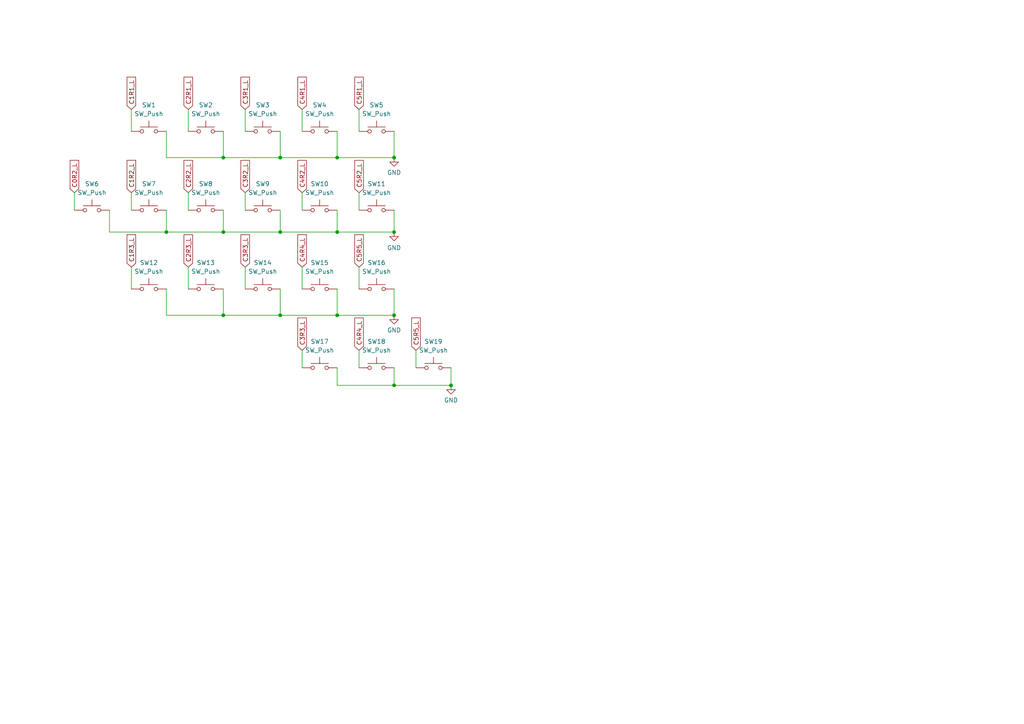
<source format=kicad_sch>
(kicad_sch (version 20250114) (generator "eeschema") (generator_version "9.0")
  (paper "A4")
  (lib_symbols
    (symbol "ATOM:GND" (power) (pin_numbers (hide yes)) (pin_names (offset 0) (hide yes))
      (property "Value" "GND" (at 0 -3.81 0))
      (symbol "GND_0_1"
        (polyline (pts (xy 0 0) (xy 0 -1.27) (xy 1.27 -1.27) (xy 0 -2.54) (xy -1.27 -1.27) (xy 0 -1.27)))
      )
      (symbol "GND_1_1"
        (pin power_in line (at 0 0 270) (length 0) (name "~") (number "1"))
      )
    )
    (symbol "ATOM:SW_Push" (pin_numbers (hide yes)) (pin_names (offset 1.016) (hide yes))
      (property "Reference" "SW" (at 1.27 2.54 0))
      (property "Value" "SW_Push" (at 0 -1.524 0))
      (symbol "SW_Push_0_1"
        (circle (center -2.032 0) (radius 0.508))
        (polyline (pts (xy 0 1.27) (xy 0 3.048)))
        (circle (center 2.032 0) (radius 0.508))
        (polyline (pts (xy 2.54 1.27) (xy -2.54 1.27)))
        (pin passive line (at -5.08 0 0) (length 2.54) (name "1") (number "1"))
        (pin passive line (at 5.08 0 180) (length 2.54) (name "2") (number "2"))
      )
    )
  )
  (junction (at 81.28 67.31))
  (junction (at 97.79 91.44))
  (junction (at 81.28 91.44))
  (junction (at 64.77 91.44))
  (junction (at 114.3 45.72))
  (junction (at 81.28 45.72))
  (junction (at 130.81 111.76))
  (junction (at 97.79 67.31))
  (junction (at 97.79 45.72))
  (junction (at 114.3 111.76))
  (junction (at 114.3 91.44))
  (junction (at 64.77 45.72))
  (junction (at 64.77 67.31))
  (junction (at 114.3 67.31))
  (junction (at 48.26 67.31))
  (wire (pts (xy 97.79 106.68) (xy 97.79 111.76)))
  (wire (pts (xy 71.12 31.75) (xy 71.12 38.1)))
  (wire (pts (xy 81.28 67.31) (xy 64.77 67.31)))
  (wire (pts (xy 48.26 67.31) (xy 31.75 67.31)))
  (wire (pts (xy 97.79 67.31) (xy 81.28 67.31)))
  (wire (pts (xy 21.59 55.88) (xy 21.59 60.96)))
  (wire (pts (xy 64.77 91.44) (xy 48.26 91.44)))
  (wire (pts (xy 64.77 67.31) (xy 48.26 67.31)))
  (wire (pts (xy 114.3 38.1) (xy 114.3 45.72)))
  (wire (pts (xy 120.65 101.6) (xy 120.65 106.68)))
  (wire (pts (xy 104.14 77.47) (xy 104.14 83.82)))
  (wire (pts (xy 64.77 83.82) (xy 64.77 91.44)))
  (wire (pts (xy 97.79 83.82) (xy 97.79 91.44)))
  (wire (pts (xy 81.28 45.72) (xy 64.77 45.72)))
  (wire (pts (xy 64.77 38.1) (xy 64.77 45.72)))
  (wire (pts (xy 71.12 77.47) (xy 71.12 83.82)))
  (wire (pts (xy 54.61 31.75) (xy 54.61 38.1)))
  (wire (pts (xy 97.79 60.96) (xy 97.79 67.31)))
  (wire (pts (xy 97.79 91.44) (xy 114.3 91.44)))
  (wire (pts (xy 31.75 67.31) (xy 31.75 60.96)))
  (wire (pts (xy 54.61 77.47) (xy 54.61 83.82)))
  (wire (pts (xy 104.14 101.6) (xy 104.14 106.68)))
  (wire (pts (xy 38.1 31.75) (xy 38.1 38.1)))
  (wire (pts (xy 87.63 55.88) (xy 87.63 60.96)))
  (wire (pts (xy 81.28 91.44) (xy 97.79 91.44)))
  (wire (pts (xy 114.3 60.96) (xy 114.3 67.31)))
  (wire (pts (xy 54.61 55.88) (xy 54.61 60.96)))
  (wire (pts (xy 48.26 67.31) (xy 48.26 60.96)))
  (wire (pts (xy 81.28 38.1) (xy 81.28 45.72)))
  (wire (pts (xy 48.26 45.72) (xy 48.26 38.1)))
  (wire (pts (xy 114.3 106.68) (xy 114.3 111.76)))
  (wire (pts (xy 38.1 77.47) (xy 38.1 83.82)))
  (wire (pts (xy 81.28 83.82) (xy 81.28 91.44)))
  (wire (pts (xy 114.3 111.76) (xy 130.81 111.76)))
  (wire (pts (xy 38.1 55.88) (xy 38.1 60.96)))
  (wire (pts (xy 114.3 83.82) (xy 114.3 91.44)))
  (wire (pts (xy 97.79 38.1) (xy 97.79 45.72)))
  (wire (pts (xy 64.77 91.44) (xy 81.28 91.44)))
  (wire (pts (xy 114.3 45.72) (xy 97.79 45.72)))
  (wire (pts (xy 97.79 111.76) (xy 114.3 111.76)))
  (wire (pts (xy 104.14 31.75) (xy 104.14 38.1)))
  (wire (pts (xy 71.12 55.88) (xy 71.12 60.96)))
  (wire (pts (xy 87.63 77.47) (xy 87.63 83.82)))
  (wire (pts (xy 81.28 60.96) (xy 81.28 67.31)))
  (wire (pts (xy 114.3 67.31) (xy 97.79 67.31)))
  (wire (pts (xy 104.14 55.88) (xy 104.14 60.96)))
  (wire (pts (xy 130.81 106.68) (xy 130.81 111.76)))
  (wire (pts (xy 64.77 45.72) (xy 48.26 45.72)))
  (wire (pts (xy 64.77 60.96) (xy 64.77 67.31)))
  (wire (pts (xy 48.26 83.82) (xy 48.26 91.44)))
  (wire (pts (xy 97.79 45.72) (xy 81.28 45.72)))
  (wire (pts (xy 87.63 31.75) (xy 87.63 38.1)))
  (wire (pts (xy 87.63 101.6) (xy 87.63 106.68)))
  (global_label "C4R2_L" (shape input) (at 87.63 55.88 90) (property "Intersheetrefs" "${INTERSHEET_REFS}" (effects (hide yes))))
  (global_label "C4R4_L" (shape input) (at 104.14 101.6 90) (property "Intersheetrefs" "${INTERSHEET_REFS}" (effects (hide yes))))
  (global_label "C5R1_L" (shape input) (at 104.14 31.75 90) (property "Intersheetrefs" "${INTERSHEET_REFS}" (effects (hide yes))))
  (global_label "C3R2_L" (shape input) (at 71.12 55.88 90) (property "Intersheetrefs" "${INTERSHEET_REFS}" (effects (hide yes))))
  (global_label "C5R5_L" (shape input) (at 120.65 101.6 90) (property "Intersheetrefs" "${INTERSHEET_REFS}" (effects (hide yes))))
  (global_label "C5R5_L" (shape input) (at 104.14 77.47 90) (property "Intersheetrefs" "${INTERSHEET_REFS}" (effects (hide yes))))
  (global_label "C1R2_L" (shape input) (at 38.1 55.88 90) (property "Intersheetrefs" "${INTERSHEET_REFS}" (effects (hide yes))))
  (global_label "C1R3_L" (shape input) (at 38.1 77.47 90) (property "Intersheetrefs" "${INTERSHEET_REFS}" (effects (hide yes))))
  (global_label "C2R3_L" (shape input) (at 54.61 77.47 90) (property "Intersheetrefs" "${INTERSHEET_REFS}" (effects (hide yes))))
  (global_label "C4R1_L" (shape input) (at 87.63 31.75 90) (property "Intersheetrefs" "${INTERSHEET_REFS}" (effects (hide yes))))
  (global_label "C0R2_L" (shape input) (at 21.59 55.88 90) (property "Intersheetrefs" "${INTERSHEET_REFS}" (effects (hide yes))))
  (global_label "C2R1_L" (shape input) (at 54.61 31.75 90) (property "Intersheetrefs" "${INTERSHEET_REFS}" (effects (hide yes))))
  (global_label "C3R3_L" (shape input) (at 87.63 101.6 90) (property "Intersheetrefs" "${INTERSHEET_REFS}" (effects (hide yes))))
  (global_label "C3R1_L" (shape input) (at 71.12 31.75 90) (property "Intersheetrefs" "${INTERSHEET_REFS}" (effects (hide yes))))
  (global_label "C3R3_L" (shape input) (at 71.12 77.47 90) (property "Intersheetrefs" "${INTERSHEET_REFS}" (effects (hide yes))))
  (global_label "C1R1_L" (shape input) (at 38.1 31.75 90) (property "Intersheetrefs" "${INTERSHEET_REFS}" (effects (hide yes))))
  (global_label "C5R2_L" (shape input) (at 104.14 55.88 90) (property "Intersheetrefs" "${INTERSHEET_REFS}" (effects (hide yes))))
  (global_label "C2R2_L" (shape input) (at 54.61 55.88 90) (property "Intersheetrefs" "${INTERSHEET_REFS}" (effects (hide yes))))
  (global_label "C4R4_L" (shape input) (at 87.63 77.47 90) (property "Intersheetrefs" "${INTERSHEET_REFS}" (effects (hide yes))))
  (symbol (lib_id "ATOM:SW_Push") (at 59.69 60.96 0) (unit 1)
    (property "Reference" "SW8" (at 59.69 53.34 0))
    (property "Value" "SW_Push" (at 59.69 55.88 0))
    (property "Footprint" "ATOM:Kailh-PG1353-Hotswap-1U" (effects (hide yes)))
    (property "Description" "Push button switch, generic, two pins" (effects (hide yes)))
  )
  (symbol (lib_id "ATOM:SW_Push") (at 76.2 83.82 0) (unit 1)
    (property "Reference" "SW14" (at 76.2 76.2 0))
    (property "Value" "SW_Push" (at 76.2 78.74 0))
    (property "Footprint" "ATOM:Kailh-PG1353-Hotswap-1U" (effects (hide yes)))
    (property "Description" "Push button switch, generic, two pins" (effects (hide yes)))
  )
  (symbol (lib_id "ATOM:SW_Push") (at 76.2 38.1 0) (unit 1)
    (property "Reference" "SW3" (at 76.2 30.48 0))
    (property "Value" "SW_Push" (at 76.2 33.02 0))
    (property "Footprint" "ATOM:Kailh-PG1353-Hotswap-1U" (effects (hide yes)))
    (property "Description" "Push button switch, generic, two pins" (effects (hide yes)))
  )
  (symbol (lib_id "ATOM:SW_Push") (at 109.22 83.82 0) (unit 1)
    (property "Reference" "SW16" (at 109.22 76.2 0))
    (property "Value" "SW_Push" (at 109.22 78.74 0))
    (property "Footprint" "ATOM:Kailh-PG1353-Hotswap-1U" (effects (hide yes)))
    (property "Description" "Push button switch, generic, two pins" (effects (hide yes)))
  )
  (symbol (lib_id "ATOM:SW_Push") (at 125.73 106.68 0) (unit 1)
    (property "Reference" "SW19" (at 125.73 99.06 0))
    (property "Value" "SW_Push" (at 125.73 101.6 0))
    (property "Footprint" "ATOM:Kailh-PG1353-Hotswap-1U" (effects (hide yes)))
    (property "Description" "Push button switch, generic, two pins" (effects (hide yes)))
  )
  (symbol (lib_id "ATOM:SW_Push") (at 109.22 60.96 0) (unit 1)
    (property "Reference" "SW11" (at 109.22 53.34 0))
    (property "Value" "SW_Push" (at 109.22 55.88 0))
    (property "Footprint" "ATOM:Kailh-PG1353-Hotswap-1U" (effects (hide yes)))
    (property "Description" "Push button switch, generic, two pins" (effects (hide yes)))
  )
  (symbol (lib_id "ATOM:GND") (at 130.81 111.76 0) (unit 1)
    (property "Reference" "#PWR04" (effects (hide yes)))
    (property "Value" "GND" (at 130.81 116.078 0))
    (property "Description" "Power symbol creates a global label with name \"GND\" , ground" (effects (hide yes)))
  )
  (symbol (lib_id "ATOM:SW_Push") (at 26.67 60.96 0) (unit 1)
    (property "Reference" "SW6" (at 26.67 53.34 0))
    (property "Value" "SW_Push" (at 26.67 55.88 0))
    (property "Footprint" "ATOM:Kailh-PG1353-Hotswap-1U" (effects (hide yes)))
    (property "Description" "Push button switch, generic, two pins" (effects (hide yes)))
  )
  (symbol (lib_id "ATOM:SW_Push") (at 92.71 38.1 0) (unit 1)
    (property "Reference" "SW4" (at 92.71 30.48 0))
    (property "Value" "SW_Push" (at 92.71 33.02 0))
    (property "Footprint" "ATOM:Kailh-PG1353-Hotswap-1U" (effects (hide yes)))
    (property "Description" "Push button switch, generic, two pins" (effects (hide yes)))
  )
  (symbol (lib_id "ATOM:GND") (at 114.3 67.31 0) (unit 1)
    (property "Reference" "#PWR01" (effects (hide yes)))
    (property "Value" "GND" (at 114.3 71.882 0))
    (property "Description" "Power symbol creates a global label with name \"GND\" , ground" (effects (hide yes)))
  )
  (symbol (lib_id "ATOM:SW_Push") (at 92.71 83.82 0) (unit 1)
    (property "Reference" "SW15" (at 92.71 76.2 0))
    (property "Value" "SW_Push" (at 92.71 78.74 0))
    (property "Footprint" "ATOM:Kailh-PG1353-Hotswap-1U" (effects (hide yes)))
    (property "Description" "Push button switch, generic, two pins" (effects (hide yes)))
  )
  (symbol (lib_id "ATOM:SW_Push") (at 92.71 106.68 0) (unit 1)
    (property "Reference" "SW17" (at 92.71 99.06 0))
    (property "Value" "SW_Push" (at 92.71 101.6 0))
    (property "Footprint" "ATOM:Kailh-PG1353-Hotswap-1U" (effects (hide yes)))
    (property "Description" "Push button switch, generic, two pins" (effects (hide yes)))
  )
  (symbol (lib_id "ATOM:SW_Push") (at 92.71 60.96 0) (unit 1)
    (property "Reference" "SW10" (at 92.71 53.34 0))
    (property "Value" "SW_Push" (at 92.71 55.88 0))
    (property "Footprint" "ATOM:Kailh-PG1353-Hotswap-1U" (effects (hide yes)))
    (property "Description" "Push button switch, generic, two pins" (effects (hide yes)))
  )
  (symbol (lib_id "ATOM:GND") (at 114.3 91.44 0) (unit 1)
    (property "Reference" "#PWR03" (effects (hide yes)))
    (property "Value" "GND" (at 114.3 95.758 0))
    (property "Description" "Power symbol creates a global label with name \"GND\" , ground" (effects (hide yes)))
  )
  (symbol (lib_id "ATOM:SW_Push") (at 43.18 38.1 0) (unit 1)
    (property "Reference" "SW1" (at 43.18 30.48 0))
    (property "Value" "SW_Push" (at 43.18 33.02 0))
    (property "Footprint" "ATOM:Kailh-PG1353-Hotswap-1U" (effects (hide yes)))
    (property "Description" "Push button switch, generic, two pins" (effects (hide yes)))
  )
  (symbol (lib_id "ATOM:SW_Push") (at 59.69 83.82 0) (unit 1)
    (property "Reference" "SW13" (at 59.69 76.2 0))
    (property "Value" "SW_Push" (at 59.69 78.74 0))
    (property "Footprint" "ATOM:Kailh-PG1353-Hotswap-1U" (effects (hide yes)))
    (property "Description" "Push button switch, generic, two pins" (effects (hide yes)))
  )
  (symbol (lib_id "ATOM:SW_Push") (at 76.2 60.96 0) (unit 1)
    (property "Reference" "SW9" (at 76.2 53.34 0))
    (property "Value" "SW_Push" (at 76.2 55.88 0))
    (property "Footprint" "ATOM:Kailh-PG1353-Hotswap-1U" (effects (hide yes)))
    (property "Description" "Push button switch, generic, two pins" (effects (hide yes)))
  )
  (symbol (lib_id "ATOM:SW_Push") (at 109.22 38.1 0) (unit 1)
    (property "Reference" "SW5" (at 109.22 30.48 0))
    (property "Value" "SW_Push" (at 109.22 33.02 0))
    (property "Footprint" "ATOM:Kailh-PG1353-Hotswap-1U" (effects (hide yes)))
    (property "Description" "Push button switch, generic, two pins" (effects (hide yes)))
  )
  (symbol (lib_id "ATOM:SW_Push") (at 59.69 38.1 0) (unit 1)
    (property "Reference" "SW2" (at 59.69 30.48 0))
    (property "Value" "SW_Push" (at 59.69 33.02 0))
    (property "Footprint" "ATOM:Kailh-PG1353-Hotswap-1U" (effects (hide yes)))
    (property "Description" "Push button switch, generic, two pins" (effects (hide yes)))
  )
  (symbol (lib_id "ATOM:SW_Push") (at 109.22 106.68 0) (unit 1)
    (property "Reference" "SW18" (at 109.22 99.06 0))
    (property "Value" "SW_Push" (at 109.22 101.6 0))
    (property "Footprint" "ATOM:Kailh-PG1353-Hotswap-1U" (effects (hide yes)))
    (property "Description" "Push button switch, generic, two pins" (effects (hide yes)))
  )
  (symbol (lib_id "ATOM:SW_Push") (at 43.18 83.82 0) (unit 1)
    (property "Reference" "SW12" (at 43.18 76.2 0))
    (property "Value" "SW_Push" (at 43.18 78.74 0))
    (property "Footprint" "ATOM:Kailh-PG1353-Hotswap-1U" (effects (hide yes)))
    (property "Description" "Push button switch, generic, two pins" (effects (hide yes)))
  )
  (symbol (lib_id "ATOM:SW_Push") (at 43.18 60.96 0) (unit 1)
    (property "Reference" "SW7" (at 43.18 53.34 0))
    (property "Value" "SW_Push" (at 43.18 55.88 0))
    (property "Footprint" "ATOM:Kailh-PG1353-Hotswap-1U" (effects (hide yes)))
    (property "Description" "Push button switch, generic, two pins" (effects (hide yes)))
  )
  (symbol (lib_id "ATOM:GND") (at 114.3 45.72 0) (unit 1)
    (property "Reference" "#PWR02" (effects (hide yes)))
    (property "Value" "GND" (at 114.3 50.038 0))
    (property "Description" "Power symbol creates a global label with name \"GND\" , ground" (effects (hide yes)))
  )
)
</source>
